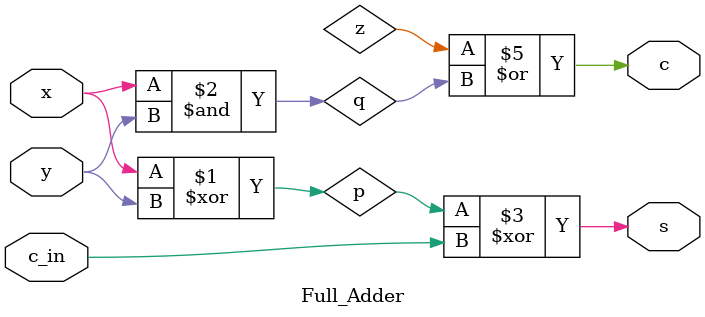
<source format=v>
module Full_Adder(x,y,c_in,s,c);

input x,y,c_in;
output s,c;

wire p,q,r;

xor(p,x,y);
and(q,x,y);
xor(s,p,c_in);
and(r,p,q);
or(c,z,q);


endmodule

</source>
